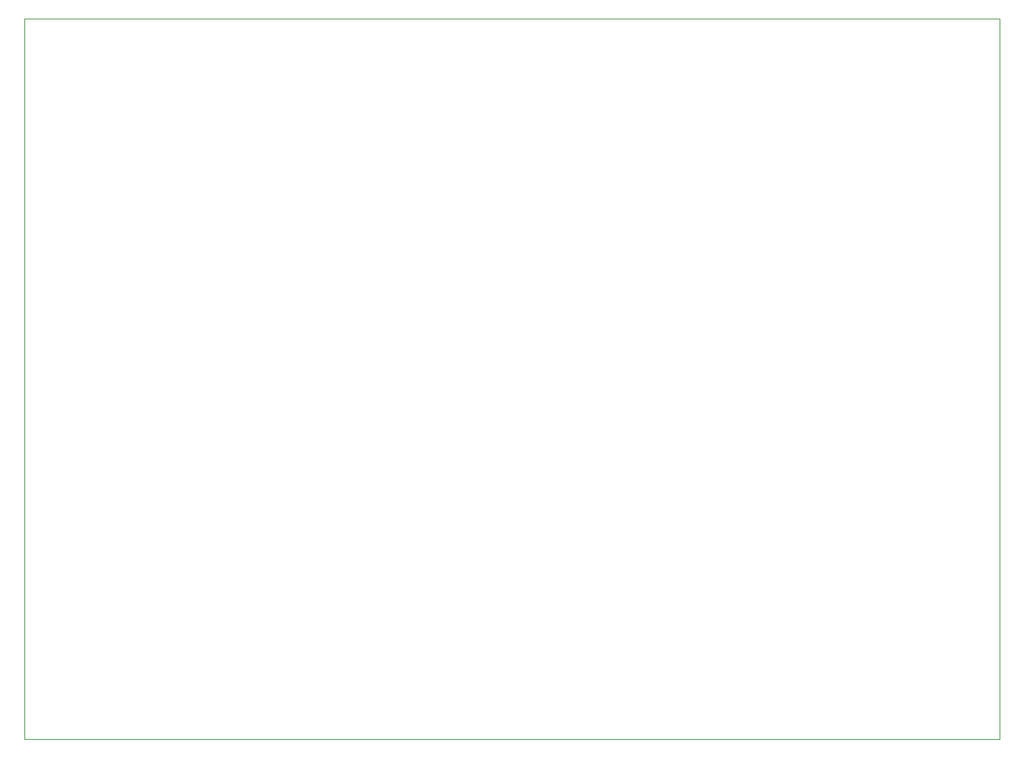
<source format=gbr>
%TF.GenerationSoftware,KiCad,Pcbnew,8.0.6*%
%TF.CreationDate,2025-01-09T21:18:53+11:00*%
%TF.ProjectId,drone_remote,64726f6e-655f-4726-956d-6f74652e6b69,rev?*%
%TF.SameCoordinates,Original*%
%TF.FileFunction,Profile,NP*%
%FSLAX46Y46*%
G04 Gerber Fmt 4.6, Leading zero omitted, Abs format (unit mm)*
G04 Created by KiCad (PCBNEW 8.0.6) date 2025-01-09 21:18:53*
%MOMM*%
%LPD*%
G01*
G04 APERTURE LIST*
%TA.AperFunction,Profile*%
%ADD10C,0.050000*%
%TD*%
G04 APERTURE END LIST*
D10*
X33000000Y-33000000D02*
X148000000Y-33000000D01*
X148000000Y-118000000D01*
X33000000Y-118000000D01*
X33000000Y-33000000D01*
M02*

</source>
